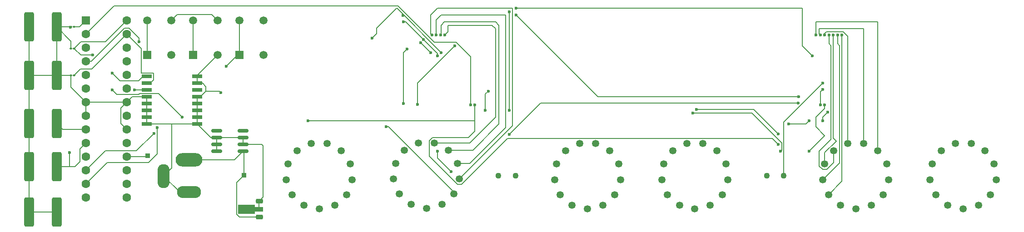
<source format=gbl>
%TF.GenerationSoftware,KiCad,Pcbnew,9.0.4*%
%TF.CreationDate,2025-11-16T22:43:31-07:00*%
%TF.ProjectId,Nixie Clock ECE5930,4e697869-6520-4436-9c6f-636b20454345,rev?*%
%TF.SameCoordinates,Original*%
%TF.FileFunction,Copper,L2,Bot*%
%TF.FilePolarity,Positive*%
%FSLAX46Y46*%
G04 Gerber Fmt 4.6, Leading zero omitted, Abs format (unit mm)*
G04 Created by KiCad (PCBNEW 9.0.4) date 2025-11-16 22:43:31*
%MOMM*%
%LPD*%
G01*
G04 APERTURE LIST*
G04 Aperture macros list*
%AMRoundRect*
0 Rectangle with rounded corners*
0 $1 Rounding radius*
0 $2 $3 $4 $5 $6 $7 $8 $9 X,Y pos of 4 corners*
0 Add a 4 corners polygon primitive as box body*
4,1,4,$2,$3,$4,$5,$6,$7,$8,$9,$2,$3,0*
0 Add four circle primitives for the rounded corners*
1,1,$1+$1,$2,$3*
1,1,$1+$1,$4,$5*
1,1,$1+$1,$6,$7*
1,1,$1+$1,$8,$9*
0 Add four rect primitives between the rounded corners*
20,1,$1+$1,$2,$3,$4,$5,0*
20,1,$1+$1,$4,$5,$6,$7,0*
20,1,$1+$1,$6,$7,$8,$9,0*
20,1,$1+$1,$8,$9,$2,$3,0*%
%AMFreePoly0*
4,1,9,3.862500,-0.866500,0.737500,-0.866500,0.737500,-0.450000,-0.737500,-0.450000,-0.737500,0.450000,0.737500,0.450000,0.737500,0.866500,3.862500,0.866500,3.862500,-0.866500,3.862500,-0.866500,$1*%
G04 Aperture macros list end*
%TA.AperFunction,ComponentPad*%
%ADD10C,1.346200*%
%TD*%
%TA.AperFunction,ComponentPad*%
%ADD11R,1.498600X1.498600*%
%TD*%
%TA.AperFunction,ComponentPad*%
%ADD12C,1.498600*%
%TD*%
%TA.AperFunction,ComponentPad*%
%ADD13C,1.107440*%
%TD*%
%TA.AperFunction,ComponentPad*%
%ADD14RoundRect,0.250000X-0.550000X-0.550000X0.550000X-0.550000X0.550000X0.550000X-0.550000X0.550000X0*%
%TD*%
%TA.AperFunction,ComponentPad*%
%ADD15C,1.600000*%
%TD*%
%TA.AperFunction,SMDPad,CuDef*%
%ADD16RoundRect,0.250000X0.650000X2.450000X-0.650000X2.450000X-0.650000X-2.450000X0.650000X-2.450000X0*%
%TD*%
%TA.AperFunction,SMDPad,CuDef*%
%ADD17R,1.925000X0.650000*%
%TD*%
%TA.AperFunction,SMDPad,CuDef*%
%ADD18RoundRect,0.250000X-0.650000X-2.450000X0.650000X-2.450000X0.650000X2.450000X-0.650000X2.450000X0*%
%TD*%
%TA.AperFunction,SMDPad,CuDef*%
%ADD19RoundRect,0.100000X-0.130000X-0.100000X0.130000X-0.100000X0.130000X0.100000X-0.130000X0.100000X0*%
%TD*%
%TA.AperFunction,ComponentPad*%
%ADD20O,5.000000X2.500000*%
%TD*%
%TA.AperFunction,ComponentPad*%
%ADD21O,4.500000X2.250000*%
%TD*%
%TA.AperFunction,ComponentPad*%
%ADD22O,2.250000X4.500000*%
%TD*%
%TA.AperFunction,ComponentPad*%
%ADD23R,0.850000X0.850000*%
%TD*%
%TA.AperFunction,SMDPad,CuDef*%
%ADD24RoundRect,0.225000X0.425000X0.225000X-0.425000X0.225000X-0.425000X-0.225000X0.425000X-0.225000X0*%
%TD*%
%TA.AperFunction,SMDPad,CuDef*%
%ADD25FreePoly0,180.000000*%
%TD*%
%TA.AperFunction,SMDPad,CuDef*%
%ADD26RoundRect,0.150000X-0.825000X-0.150000X0.825000X-0.150000X0.825000X0.150000X-0.825000X0.150000X0*%
%TD*%
%TA.AperFunction,ViaPad*%
%ADD27C,0.600000*%
%TD*%
%TA.AperFunction,Conductor*%
%ADD28C,0.200000*%
%TD*%
G04 APERTURE END LIST*
D10*
%TO.P,N7,0,0*%
%TO.N,Net-(U3-HV30)*%
X224907300Y-58265360D03*
%TO.P,N7,1,1*%
%TO.N,Net-(U3-HV21)*%
X235092700Y-58265360D03*
%TO.P,N7,2,2*%
%TO.N,Net-(U3-HV22)*%
X236144260Y-55494220D03*
%TO.P,N7,3,3*%
%TO.N,Net-(U3-HV23)*%
X235786120Y-52555440D03*
%TO.P,N7,4,4*%
%TO.N,Net-(U3-HV24)*%
X234104640Y-50117040D03*
%TO.P,N7,5,5*%
%TO.N,Net-(U3-HV25)*%
X231480820Y-48740360D03*
%TO.P,N7,6,6*%
%TO.N,Net-(U3-HV26)*%
X228519180Y-48740360D03*
%TO.P,N7,7,7*%
%TO.N,Net-(U3-HV27)*%
X225895360Y-50117040D03*
%TO.P,N7,8,8*%
%TO.N,Net-(U3-HV28)*%
X224213880Y-52555440D03*
%TO.P,N7,9,9*%
%TO.N,Net-(U3-HV29)*%
X223855740Y-55494220D03*
%TO.P,N7,A,A*%
%TO.N,Net-(N7-PadA)*%
X230000000Y-60937440D03*
%TO.P,N7,LHDP,LHDP*%
%TO.N,unconnected-(N7-PadLHDP)*%
X232875280Y-60228780D03*
%TO.P,N7,RHDP,RHDP*%
%TO.N,unconnected-(N7-PadRHDP)*%
X227124720Y-60228780D03*
%TD*%
%TO.P,N3,0,0*%
%TO.N,Net-(U2-HV30)*%
X154907300Y-58265360D03*
%TO.P,N3,1,1*%
%TO.N,Net-(U2-HV21)*%
X165092700Y-58265360D03*
%TO.P,N3,2,2*%
%TO.N,Net-(U2-HV22)*%
X166144260Y-55494220D03*
%TO.P,N3,3,3*%
%TO.N,Net-(U2-HV23)*%
X165786120Y-52555440D03*
%TO.P,N3,4,4*%
%TO.N,Net-(U2-HV24)*%
X164104640Y-50117040D03*
%TO.P,N3,5,5*%
%TO.N,Net-(U2-HV25)*%
X161480820Y-48740360D03*
%TO.P,N3,6,6*%
%TO.N,Net-(U2-HV26)*%
X158519180Y-48740360D03*
%TO.P,N3,7,7*%
%TO.N,Net-(U2-HV27)*%
X155895360Y-50117040D03*
%TO.P,N3,8,8*%
%TO.N,Net-(U2-HV28)*%
X154213880Y-52555440D03*
%TO.P,N3,9,9*%
%TO.N,Net-(U2-HV29)*%
X153855740Y-55494220D03*
%TO.P,N3,A,A*%
%TO.N,Net-(N3-PadA)*%
X160000000Y-60937440D03*
%TO.P,N3,LHDP,LHDP*%
%TO.N,unconnected-(N3-PadLHDP)*%
X162875280Y-60228780D03*
%TO.P,N3,RHDP,RHDP*%
%TO.N,unconnected-(N3-PadRHDP)*%
X157124720Y-60228780D03*
%TD*%
%TO.P,N1,0,0*%
%TO.N,Net-(U2-HV10)*%
X104907300Y-58265360D03*
%TO.P,N1,1,1*%
%TO.N,Net-(U2-HV1)*%
X115092700Y-58265360D03*
%TO.P,N1,2,2*%
%TO.N,Net-(U2-HV2)*%
X116144260Y-55494220D03*
%TO.P,N1,3,3*%
%TO.N,Net-(U2-HV3)*%
X115786120Y-52555440D03*
%TO.P,N1,4,4*%
%TO.N,Net-(U2-HV4)*%
X114104640Y-50117040D03*
%TO.P,N1,5,5*%
%TO.N,Net-(U2-HV5)*%
X111480820Y-48740360D03*
%TO.P,N1,6,6*%
%TO.N,Net-(U2-HV6)*%
X108519180Y-48740360D03*
%TO.P,N1,7,7*%
%TO.N,Net-(U2-HV7)*%
X105895360Y-50117040D03*
%TO.P,N1,8,8*%
%TO.N,Net-(U2-HV8)*%
X104213880Y-52555440D03*
%TO.P,N1,9,9*%
%TO.N,Net-(U2-HV9)*%
X103855740Y-55494220D03*
%TO.P,N1,A,A*%
%TO.N,Net-(N1-PadA)*%
X110000000Y-60937440D03*
%TO.P,N1,LHDP,LHDP*%
%TO.N,unconnected-(N1-PadLHDP)*%
X112875280Y-60228780D03*
%TO.P,N1,RHDP,RHDP*%
%TO.N,unconnected-(N1-PadRHDP)*%
X107124720Y-60228780D03*
%TD*%
D11*
%TO.P,SW6,1,1*%
%TO.N,Net-(U1-PD7)*%
X95114998Y-32249751D03*
D12*
%TO.P,SW6,2,2*%
X95114998Y-25749750D03*
%TO.P,SW6,3,3*%
%TO.N,+5V*%
X99614999Y-32249751D03*
%TO.P,SW6,4,4*%
X99614999Y-25749750D03*
%TD*%
D10*
%TO.P,N2,0,0*%
%TO.N,Net-(U2-HV20)*%
X124907300Y-58125360D03*
%TO.P,N2,1,1*%
%TO.N,Net-(U2-HV11)*%
X135092700Y-58125360D03*
%TO.P,N2,2,2*%
%TO.N,Net-(U2-HV12)*%
X136144260Y-55354220D03*
%TO.P,N2,3,3*%
%TO.N,Net-(U2-HV13)*%
X135786120Y-52415440D03*
%TO.P,N2,4,4*%
%TO.N,Net-(U2-HV14)*%
X134104640Y-49977040D03*
%TO.P,N2,5,5*%
%TO.N,Net-(U2-HV15)*%
X131480820Y-48600360D03*
%TO.P,N2,6,6*%
%TO.N,Net-(U2-HV16)*%
X128519180Y-48600360D03*
%TO.P,N2,7,7*%
%TO.N,Net-(U2-HV17)*%
X125895360Y-49977040D03*
%TO.P,N2,8,8*%
%TO.N,Net-(U2-HV18)*%
X124213880Y-52415440D03*
%TO.P,N2,9,9*%
%TO.N,Net-(U2-HV19)*%
X123855740Y-55354220D03*
%TO.P,N2,A,A*%
%TO.N,Net-(N2-PadA)*%
X130000000Y-60797440D03*
%TO.P,N2,LHDP,LHDP*%
%TO.N,unconnected-(N2-PadLHDP)*%
X132875280Y-60088780D03*
%TO.P,N2,RHDP,RHDP*%
%TO.N,unconnected-(N2-PadRHDP)*%
X127124720Y-60088780D03*
%TD*%
D13*
%TO.P,N4,A,A*%
%TO.N,Net-(N4-PadA)*%
X143412500Y-54750000D03*
%TO.P,N4,K,K*%
%TO.N,Net-(U2-HV31)*%
X146587500Y-54750000D03*
%TD*%
D14*
%TO.P,U1,1,~{RESET}/PC6*%
%TO.N,Net-(J1-Pin_5)*%
X66500000Y-25800000D03*
D15*
%TO.P,U1,2,PD0*%
%TO.N,Net-(U1-PD0)*%
X66500000Y-28340000D03*
%TO.P,U1,3,PD1*%
%TO.N,Net-(U1-PD1)*%
X66500000Y-30880000D03*
%TO.P,U1,4,PD2*%
%TO.N,Net-(U1-PD2)*%
X66500000Y-33420000D03*
%TO.P,U1,5,PD3*%
%TO.N,Net-(U1-PD3)*%
X66500000Y-35960000D03*
%TO.P,U1,6,PD4*%
%TO.N,Net-(U1-PD4)*%
X66500000Y-38500000D03*
%TO.P,U1,7,VCC*%
%TO.N,+5V*%
X66500000Y-41040000D03*
%TO.P,U1,8,GND*%
X66500000Y-43580000D03*
%TO.P,U1,9,XTAL1/PB6*%
%TO.N,Net-(U1-XTAL1{slash}PB6)*%
X66500000Y-46120000D03*
%TO.P,U1,10,XTAL2/PB7*%
%TO.N,Net-(U1-XTAL2{slash}PB7)*%
X66500000Y-48660000D03*
%TO.P,U1,11,PD5*%
%TO.N,Net-(U1-PD5)*%
X66500000Y-51200000D03*
%TO.P,U1,12,PD6*%
%TO.N,Net-(U1-PD6)*%
X66500000Y-53740000D03*
%TO.P,U1,13,PD7*%
%TO.N,Net-(U1-PD7)*%
X66500000Y-56280000D03*
%TO.P,U1,14,PB0*%
%TO.N,Net-(U1-PB0)*%
X66500000Y-58820000D03*
%TO.P,U1,15,PB1*%
%TO.N,unconnected-(U1-PB1-Pad15)*%
X74120000Y-58820000D03*
%TO.P,U1,16,PB2*%
%TO.N,unconnected-(U1-PB2-Pad16)*%
X74120000Y-56280000D03*
%TO.P,U1,17,PB3*%
%TO.N,Net-(J1-Pin_4)*%
X74120000Y-53740000D03*
%TO.P,U1,18,PB4*%
%TO.N,Net-(J1-Pin_1)*%
X74120000Y-51200000D03*
%TO.P,U1,19,PB5*%
%TO.N,Net-(J1-Pin_3)*%
X74120000Y-48660000D03*
%TO.P,U1,20,AVCC*%
%TO.N,+5V*%
X74120000Y-46120000D03*
%TO.P,U1,21,AREF*%
%TO.N,unconnected-(U1-AREF-Pad21)*%
X74120000Y-43580000D03*
%TO.P,U1,22,GND*%
%TO.N,+5V*%
X74120000Y-41040000D03*
%TO.P,U1,23,PC0*%
%TO.N,unconnected-(U1-PC0-Pad23)*%
X74120000Y-38500000D03*
%TO.P,U1,24,PC1*%
%TO.N,unconnected-(U1-PC1-Pad24)*%
X74120000Y-35960000D03*
%TO.P,U1,25,PC2*%
%TO.N,unconnected-(U1-PC2-Pad25)*%
X74120000Y-33420000D03*
%TO.P,U1,26,PC3*%
%TO.N,unconnected-(U1-PC3-Pad26)*%
X74120000Y-30880000D03*
%TO.P,U1,27,PC4*%
%TO.N,Net-(U1-PC4)*%
X74120000Y-28340000D03*
%TO.P,U1,28,PC5*%
%TO.N,Net-(U1-PC5)*%
X74120000Y-25800000D03*
%TD*%
D10*
%TO.P,N6,0,0*%
%TO.N,Net-(U3-HV20)*%
X204907300Y-58265360D03*
%TO.P,N6,1,1*%
%TO.N,Net-(U3-HV11)*%
X215092700Y-58265360D03*
%TO.P,N6,2,2*%
%TO.N,Net-(U3-HV12)*%
X216144260Y-55494220D03*
%TO.P,N6,3,3*%
%TO.N,Net-(U3-HV13)*%
X215786120Y-52555440D03*
%TO.P,N6,4,4*%
%TO.N,Net-(U3-HV14)*%
X214104640Y-50117040D03*
%TO.P,N6,5,5*%
%TO.N,Net-(U3-HV15)*%
X211480820Y-48740360D03*
%TO.P,N6,6,6*%
%TO.N,Net-(U3-HV16)*%
X208519180Y-48740360D03*
%TO.P,N6,7,7*%
%TO.N,Net-(U3-HV17)*%
X205895360Y-50117040D03*
%TO.P,N6,8,8*%
%TO.N,Net-(U3-HV18)*%
X204213880Y-52555440D03*
%TO.P,N6,9,9*%
%TO.N,Net-(U3-HV19)*%
X203855740Y-55494220D03*
%TO.P,N6,A,A*%
%TO.N,Net-(N6-PadA)*%
X210000000Y-60937440D03*
%TO.P,N6,LHDP,LHDP*%
%TO.N,unconnected-(N6-PadLHDP)*%
X212875280Y-60228780D03*
%TO.P,N6,RHDP,RHDP*%
%TO.N,unconnected-(N6-PadRHDP)*%
X207124720Y-60228780D03*
%TD*%
%TO.P,N5,0,0*%
%TO.N,Net-(U3-HV10)*%
X174907300Y-58265360D03*
%TO.P,N5,1,1*%
%TO.N,Net-(U3-HV1)*%
X185092700Y-58265360D03*
%TO.P,N5,2,2*%
%TO.N,Net-(U3-HV2)*%
X186144260Y-55494220D03*
%TO.P,N5,3,3*%
%TO.N,Net-(U3-HV3)*%
X185786120Y-52555440D03*
%TO.P,N5,4,4*%
%TO.N,Net-(U3-HV4)*%
X184104640Y-50117040D03*
%TO.P,N5,5,5*%
%TO.N,Net-(U3-HV5)*%
X181480820Y-48740360D03*
%TO.P,N5,6,6*%
%TO.N,Net-(U3-HV6)*%
X178519180Y-48740360D03*
%TO.P,N5,7,7*%
%TO.N,Net-(U3-HV7)*%
X175895360Y-50117040D03*
%TO.P,N5,8,8*%
%TO.N,Net-(U3-HV8)*%
X174213880Y-52555440D03*
%TO.P,N5,9,9*%
%TO.N,Net-(U3-HV9)*%
X173855740Y-55494220D03*
%TO.P,N5,A,A*%
%TO.N,Net-(N5-PadA)*%
X180000000Y-60937440D03*
%TO.P,N5,LHDP,LHDP*%
%TO.N,unconnected-(N5-PadLHDP)*%
X182875280Y-60228780D03*
%TO.P,N5,RHDP,RHDP*%
%TO.N,unconnected-(N5-PadRHDP)*%
X177124720Y-60228780D03*
%TD*%
D11*
%TO.P,SW4,1,1*%
%TO.N,Net-(U1-PD5)*%
X77939000Y-32249751D03*
D12*
%TO.P,SW4,2,2*%
X77939000Y-25749750D03*
%TO.P,SW4,3,3*%
%TO.N,+5V*%
X82439001Y-32249751D03*
%TO.P,SW4,4,4*%
X82439001Y-25749750D03*
%TD*%
D11*
%TO.P,SW5,1,1*%
%TO.N,Net-(U1-PD6)*%
X86526999Y-32249751D03*
D12*
%TO.P,SW5,2,2*%
X86526999Y-25749750D03*
%TO.P,SW5,3,3*%
%TO.N,+5V*%
X91027000Y-32249751D03*
%TO.P,SW5,4,4*%
X91027000Y-25749750D03*
%TD*%
D13*
%TO.P,N8,A,A*%
%TO.N,Net-(N8-PadA)*%
X193412500Y-54750000D03*
%TO.P,N8,K,K*%
%TO.N,Net-(U3-HV31)*%
X196587500Y-54750000D03*
%TD*%
D16*
%TO.P,C2,1*%
%TO.N,Net-(U1-XTAL1{slash}PB6)*%
X61050000Y-45000000D03*
%TO.P,C2,2*%
%TO.N,+5V*%
X55950000Y-45000000D03*
%TD*%
D17*
%TO.P,U5,1,32KHz*%
%TO.N,+5V*%
X87262000Y-36195000D03*
%TO.P,U5,2,Vcc*%
X87262000Y-37465000D03*
%TO.P,U5,3,!(INT)/SQR*%
%TO.N,Net-(U1-PB0)*%
X87262000Y-38735000D03*
%TO.P,U5,4,!(Reset)*%
%TO.N,+5V*%
X87262000Y-40005000D03*
%TO.P,U5,5,NC*%
X87262000Y-41275000D03*
%TO.P,U5,6,NC*%
X87262000Y-42545000D03*
%TO.P,U5,7,NC*%
X87262000Y-43815000D03*
%TO.P,U5,8,NC*%
X87262000Y-45085000D03*
%TO.P,U5,9,NC*%
X77838000Y-45085000D03*
%TO.P,U5,10,NC*%
X77838000Y-43815000D03*
%TO.P,U5,11,NC*%
X77838000Y-42545000D03*
%TO.P,U5,12,NC*%
X77838000Y-41275000D03*
%TO.P,U5,13,GND*%
X77838000Y-40005000D03*
%TO.P,U5,14,Vbat*%
%TO.N,Net-(U5-Vbat)*%
X77838000Y-38735000D03*
%TO.P,U5,15,SDA*%
%TO.N,Net-(U1-PC4)*%
X77838000Y-37465000D03*
%TO.P,U5,16,SCL*%
%TO.N,Net-(U1-PC5)*%
X77838000Y-36195000D03*
%TD*%
D18*
%TO.P,C3,1*%
%TO.N,+5V*%
X55950000Y-53000000D03*
%TO.P,C3,2*%
%TO.N,Net-(U1-XTAL2{slash}PB7)*%
X61050000Y-53000000D03*
%TD*%
%TO.P,C4,1*%
%TO.N,+5V*%
X55950000Y-36000000D03*
%TO.P,C4,2*%
X61050000Y-36000000D03*
%TD*%
D19*
%TO.P,R1,1*%
%TO.N,+5V*%
X63680000Y-27000000D03*
%TO.P,R1,2*%
%TO.N,Net-(J1-Pin_5)*%
X64320000Y-27000000D03*
%TD*%
%TO.P,R3,1*%
%TO.N,+5V*%
X63680000Y-31000000D03*
%TO.P,R3,2*%
%TO.N,Net-(U1-PC5)*%
X64320000Y-31000000D03*
%TD*%
D18*
%TO.P,C5,1*%
%TO.N,+5V*%
X55950000Y-27000000D03*
%TO.P,C5,2*%
X61050000Y-27000000D03*
%TD*%
D20*
%TO.P,J2,1*%
%TO.N,+12V*%
X85725000Y-51785000D03*
D21*
%TO.P,J2,2*%
%TO.N,+5V*%
X85725000Y-57785000D03*
D22*
%TO.P,J2,3*%
X81025000Y-54785000D03*
%TD*%
D23*
%TO.P,J3,1,Pin_1*%
%TO.N,+12V*%
X95990000Y-54610000D03*
%TD*%
D24*
%TO.P,U6,1,OUT*%
%TO.N,+5V*%
X98851000Y-59460000D03*
D25*
%TO.P,U6,2,GND*%
X98763500Y-60960000D03*
D24*
%TO.P,U6,3,IN*%
%TO.N,+12V*%
X98851000Y-62460000D03*
%TD*%
D18*
%TO.P,C1,1*%
%TO.N,+5V*%
X55950000Y-61500000D03*
%TO.P,C1,2*%
X61050000Y-61500000D03*
%TD*%
D26*
%TO.P,U4,1,OUT*%
%TO.N,+5V*%
X90870000Y-50165000D03*
%TO.P,U4,2,GND*%
X90870000Y-48895000D03*
%TO.P,U4,3,GND*%
X90870000Y-47625000D03*
%TO.P,U4,4,NC*%
%TO.N,unconnected-(U4-NC-Pad4)*%
X90870000Y-46355000D03*
%TO.P,U4,5,NC*%
%TO.N,unconnected-(U4-NC-Pad5)*%
X95820000Y-46355000D03*
%TO.P,U4,6,GND*%
%TO.N,+5V*%
X95820000Y-47625000D03*
%TO.P,U4,7,GND*%
X95820000Y-48895000D03*
%TO.P,U4,8,IN*%
%TO.N,+12V*%
X95820000Y-50165000D03*
%TD*%
D19*
%TO.P,R2,1*%
%TO.N,+5V*%
X63680000Y-36000000D03*
%TO.P,R2,2*%
%TO.N,Net-(U1-PC4)*%
X64320000Y-36000000D03*
%TD*%
D23*
%TO.P,J1,1,Pin_1*%
%TO.N,Net-(J1-Pin_1)*%
X78000000Y-51000000D03*
%TD*%
D27*
%TO.N,Net-(U5-Vbat)*%
X75565000Y-38735000D03*
%TO.N,+5V*%
X201930000Y-32385000D03*
X91674000Y-39243000D03*
X141500000Y-39000000D03*
X145415000Y-42545000D03*
X63590000Y-27017958D03*
X203835000Y-38603000D03*
X203400000Y-41500000D03*
X140970000Y-42545000D03*
X146685000Y-23495000D03*
X145415000Y-24130000D03*
%TO.N,Net-(U1-XTAL2{slash}PB7)*%
X63500000Y-50418001D03*
%TO.N,Net-(U2-HV13)*%
X131800000Y-28500000D03*
%TO.N,Net-(U2-HV15)*%
X133400000Y-28500000D03*
%TO.N,Net-(U2-HV18)*%
X135255000Y-30480000D03*
X128305000Y-41453527D03*
%TO.N,Net-(U2-HV12)*%
X131000000Y-28500000D03*
%TO.N,Net-(U2-HV14)*%
X132600000Y-28500000D03*
%TO.N,Net-(U2-HV11)*%
X126365000Y-31115000D03*
X125730000Y-41275000D03*
X122448235Y-45613235D03*
%TO.N,Net-(U3-HV17)*%
X205000000Y-28500000D03*
%TO.N,Net-(U3-HV20)*%
X207400000Y-28500000D03*
%TO.N,Net-(U3-HV14)*%
X202600000Y-28500000D03*
%TO.N,Net-(U3-HV19)*%
X206600000Y-28500000D03*
%TO.N,Net-(U3-HV18)*%
X205800000Y-28500000D03*
%TO.N,Net-(U3-HV15)*%
X203400000Y-28500000D03*
%TO.N,Net-(U3-HV16)*%
X204200000Y-28500000D03*
%TO.N,Net-(U3-HV31)*%
X203835000Y-37465000D03*
%TO.N,Net-(U1-PC5)*%
X67807210Y-32247210D03*
X71393975Y-35560000D03*
%TO.N,Net-(U1-PD6)*%
X79206760Y-46821760D03*
%TO.N,Net-(U1-PD7)*%
X92710000Y-34290000D03*
X79806760Y-45720000D03*
%TO.N,Net-(U1-PD4)*%
X204200000Y-41500000D03*
X130810000Y-31750000D03*
X179588542Y-43063542D03*
X128867548Y-29882452D03*
X201295000Y-50165000D03*
X195987500Y-50165000D03*
%TO.N,Net-(U1-PB0)*%
X87262000Y-38735000D03*
%TO.N,Net-(U1-PD0)*%
X138200000Y-41500000D03*
%TO.N,Net-(U1-PD2)*%
X146685000Y-24765000D03*
X125623235Y-24871765D03*
X199390000Y-40005000D03*
X132715000Y-31750000D03*
X76400265Y-29771735D03*
X119888000Y-29083000D03*
%TO.N,Net-(U1-PD3)*%
X107950000Y-44450000D03*
X84455000Y-43815000D03*
X139000000Y-41500000D03*
X195580000Y-48895000D03*
X71393975Y-38735000D03*
%TO.N,Net-(U1-PD1)*%
X204799000Y-42850748D03*
X203835000Y-44450000D03*
X180264271Y-42387813D03*
X125730000Y-26035000D03*
X197454765Y-45054765D03*
X195549765Y-46959765D03*
X132080000Y-32385000D03*
X129433235Y-29316765D03*
X201295000Y-44450000D03*
%TO.N,Net-(U2-DATAOUT)*%
X132080000Y-50165000D03*
X145415000Y-46990000D03*
X134620000Y-53975000D03*
X199283235Y-41168235D03*
%TD*%
D28*
%TO.N,Net-(U5-Vbat)*%
X75565000Y-38735000D02*
X77838000Y-38735000D01*
%TO.N,+5V*%
X200025000Y-23495000D02*
X146685000Y-23495000D01*
X87881500Y-40005000D02*
X88900000Y-38986500D01*
X81025000Y-54785000D02*
X82550000Y-53260000D01*
X82439001Y-25749750D02*
X83489301Y-24699450D01*
X82550000Y-45085000D02*
X77838000Y-45085000D01*
X66500000Y-41040000D02*
X74120000Y-41040000D01*
X77838000Y-43815000D02*
X77838000Y-42545000D01*
X99568000Y-49149000D02*
X99314000Y-48895000D01*
X89976700Y-24699450D02*
X91027000Y-25749750D01*
X88265000Y-37465000D02*
X87262000Y-37465000D01*
X63680000Y-36000000D02*
X63680000Y-38220000D01*
X91027000Y-32249751D02*
X87262000Y-36014751D01*
X95820000Y-48895000D02*
X95820000Y-47625000D01*
X77838000Y-45085000D02*
X77838000Y-43815000D01*
X82550000Y-53260000D02*
X82550000Y-45085000D01*
X55950000Y-27000000D02*
X55950000Y-36000000D01*
X203835000Y-38603000D02*
X203400000Y-39038000D01*
X84025000Y-57785000D02*
X81025000Y-54785000D01*
X88900000Y-38100000D02*
X88265000Y-37465000D01*
X88900000Y-38986500D02*
X91417500Y-38986500D01*
X73019000Y-45019000D02*
X73019000Y-42141000D01*
X83489301Y-24699450D02*
X89976700Y-24699450D01*
X87262000Y-42545000D02*
X87262000Y-41275000D01*
X87262000Y-43815000D02*
X87262000Y-42545000D01*
X87262000Y-40005000D02*
X87881500Y-40005000D01*
X140970000Y-42545000D02*
X140970000Y-39530000D01*
X99568000Y-58743000D02*
X99568000Y-49149000D01*
X90870000Y-47625000D02*
X95820000Y-47625000D01*
X77838000Y-40005000D02*
X77838000Y-41275000D01*
X55950000Y-61500000D02*
X55950000Y-53000000D01*
X87262000Y-45085000D02*
X89802000Y-47625000D01*
X88900000Y-38986500D02*
X88900000Y-38100000D01*
X77838000Y-40005000D02*
X75155000Y-40005000D01*
X63680000Y-29630000D02*
X61050000Y-27000000D01*
X87262000Y-45085000D02*
X87262000Y-43815000D01*
X91417500Y-38986500D02*
X91674000Y-39243000D01*
X74120000Y-46120000D02*
X73019000Y-45019000D01*
X61050000Y-61500000D02*
X55950000Y-61500000D01*
X55950000Y-36000000D02*
X61050000Y-36000000D01*
X63680000Y-36000000D02*
X61050000Y-36000000D01*
X99314000Y-48895000D02*
X95820000Y-48895000D01*
X75155000Y-40005000D02*
X74120000Y-41040000D01*
X98763500Y-60960000D02*
X98763500Y-59547500D01*
X87262000Y-37465000D02*
X87262000Y-36195000D01*
X73019000Y-42141000D02*
X74120000Y-41040000D01*
X87262000Y-40005000D02*
X87262000Y-41275000D01*
X89802000Y-47625000D02*
X90870000Y-47625000D01*
X61050000Y-27000000D02*
X63680000Y-27000000D01*
X63680000Y-31000000D02*
X63680000Y-29630000D01*
X90870000Y-48895000D02*
X90870000Y-50165000D01*
X55950000Y-53000000D02*
X55950000Y-45000000D01*
X98851000Y-59460000D02*
X99568000Y-58743000D01*
X203400000Y-39038000D02*
X203400000Y-41500000D01*
X66500000Y-41040000D02*
X66500000Y-43580000D01*
X85725000Y-57785000D02*
X84025000Y-57785000D01*
X55950000Y-45000000D02*
X55950000Y-36000000D01*
X98763500Y-59547500D02*
X98851000Y-59460000D01*
X63680000Y-38220000D02*
X66500000Y-41040000D01*
X87262000Y-45085000D02*
X82550000Y-45085000D01*
X77838000Y-42545000D02*
X77838000Y-41275000D01*
X90870000Y-47625000D02*
X90870000Y-48895000D01*
X87262000Y-36014751D02*
X87262000Y-36195000D01*
X61050000Y-27000000D02*
X61050000Y-36000000D01*
X145415000Y-42545000D02*
X145415000Y-24130000D01*
X140970000Y-39530000D02*
X141500000Y-39000000D01*
X201930000Y-32385000D02*
X200025000Y-30480000D01*
X200025000Y-30480000D02*
X200025000Y-23495000D01*
%TO.N,Net-(U1-XTAL1{slash}PB6)*%
X61050000Y-45000000D02*
X62170000Y-46120000D01*
X62170000Y-46120000D02*
X66500000Y-46120000D01*
%TO.N,Net-(U1-XTAL2{slash}PB7)*%
X65405000Y-52070000D02*
X65399000Y-52064000D01*
X64475000Y-53000000D02*
X65405000Y-52070000D01*
X63500000Y-53000000D02*
X63500000Y-50418001D01*
X65399000Y-49761000D02*
X66500000Y-48660000D01*
X63500000Y-53000000D02*
X64475000Y-53000000D01*
X65399000Y-52064000D02*
X65399000Y-49761000D01*
X61050000Y-53000000D02*
X63500000Y-53000000D01*
%TO.N,Net-(J1-Pin_1)*%
X77800000Y-51200000D02*
X78000000Y-51000000D01*
X74120000Y-51200000D02*
X77800000Y-51200000D01*
%TO.N,+12V*%
X85725000Y-51785000D02*
X94200000Y-51785000D01*
X94200000Y-51785000D02*
X95820000Y-50165000D01*
X94595000Y-61953252D02*
X94595000Y-56005000D01*
X95101748Y-62460000D02*
X94595000Y-61953252D01*
X95820000Y-50165000D02*
X95990000Y-50335000D01*
X94595000Y-56005000D02*
X95990000Y-54610000D01*
X98851000Y-62460000D02*
X95101748Y-62460000D01*
X95990000Y-50335000D02*
X95990000Y-54610000D01*
%TO.N,Net-(U2-HV13)*%
X144780000Y-45720000D02*
X144780000Y-24765000D01*
X144780000Y-24765000D02*
X132715000Y-24765000D01*
X131800000Y-25680000D02*
X131800000Y-28500000D01*
X132715000Y-24765000D02*
X131800000Y-25680000D01*
X135786120Y-52415440D02*
X138084560Y-52415440D01*
X138084560Y-52415440D02*
X144780000Y-45720000D01*
%TO.N,Net-(U2-HV15)*%
X138089640Y-48600360D02*
X142875000Y-43815000D01*
X133985000Y-26670000D02*
X133985000Y-27915000D01*
X142875000Y-43815000D02*
X142875000Y-27305000D01*
X142240000Y-26670000D02*
X133985000Y-26670000D01*
X142875000Y-27305000D02*
X142240000Y-26670000D01*
X131480820Y-48600360D02*
X138089640Y-48600360D01*
X133985000Y-27915000D02*
X133400000Y-28500000D01*
%TO.N,Net-(U2-HV18)*%
X128305000Y-41453527D02*
X128305000Y-37430000D01*
X128305000Y-37430000D02*
X135255000Y-30480000D01*
%TO.N,Net-(U2-HV12)*%
X132080000Y-23495000D02*
X130810000Y-24765000D01*
X130810000Y-28310000D02*
X131000000Y-28500000D01*
X146050000Y-45448480D02*
X146050000Y-23495000D01*
X130810000Y-24765000D02*
X130810000Y-28310000D01*
X136144260Y-55354220D02*
X146050000Y-45448480D01*
X146050000Y-23495000D02*
X132080000Y-23495000D01*
%TO.N,Net-(U2-HV14)*%
X133350000Y-26035000D02*
X132715000Y-26670000D01*
X138617960Y-49977040D02*
X143510000Y-45085000D01*
X134104640Y-49977040D02*
X138617960Y-49977040D01*
X143510000Y-45085000D02*
X143510000Y-26670000D01*
X132715000Y-26670000D02*
X132715000Y-28385000D01*
X143510000Y-26670000D02*
X142875000Y-26035000D01*
X142875000Y-26035000D02*
X133350000Y-26035000D01*
X132715000Y-28385000D02*
X132600000Y-28500000D01*
%TO.N,Net-(U2-HV11)*%
X125730000Y-31750000D02*
X126365000Y-31115000D01*
X122909141Y-45613235D02*
X122448235Y-45613235D01*
X135092700Y-57796794D02*
X122909141Y-45613235D01*
X135092700Y-58125360D02*
X135092700Y-57796794D01*
X125730000Y-41275000D02*
X125730000Y-31750000D01*
%TO.N,Net-(U3-HV17)*%
X205105000Y-28605000D02*
X205000000Y-28500000D01*
X204617366Y-53529540D02*
X203810394Y-53529540D01*
X205000000Y-30081000D02*
X205000000Y-28500000D01*
X203200000Y-52919146D02*
X203200000Y-50165000D01*
X205895360Y-52251546D02*
X204617366Y-53529540D01*
X205895360Y-50117040D02*
X205895360Y-52251546D01*
X205399000Y-47966000D02*
X205399000Y-30480000D01*
X205399000Y-30480000D02*
X205000000Y-30081000D01*
X203200000Y-50165000D02*
X205399000Y-47966000D01*
X203810394Y-53529540D02*
X203200000Y-52919146D01*
%TO.N,Net-(U3-HV20)*%
X207400000Y-55772660D02*
X207400000Y-28500000D01*
X204907300Y-58265360D02*
X207400000Y-55772660D01*
%TO.N,Net-(U3-HV14)*%
X213995000Y-26035000D02*
X202565000Y-26035000D01*
X214104640Y-26144640D02*
X213995000Y-26035000D01*
X214104640Y-50117040D02*
X214104640Y-26144640D01*
X202565000Y-26035000D02*
X202565000Y-28465000D01*
X202565000Y-28465000D02*
X202600000Y-28500000D01*
%TO.N,Net-(U3-HV19)*%
X206999000Y-52350960D02*
X206999000Y-30480000D01*
X206999000Y-30480000D02*
X206600000Y-30081000D01*
X203855740Y-55494220D02*
X206999000Y-52350960D01*
X206600000Y-30081000D02*
X206600000Y-28500000D01*
%TO.N,Net-(U3-HV18)*%
X204213880Y-50421120D02*
X206375000Y-48260000D01*
X205800000Y-47685000D02*
X205800000Y-28500000D01*
X204213880Y-52555440D02*
X204213880Y-50421120D01*
X206375000Y-48260000D02*
X205800000Y-47685000D01*
%TO.N,Net-(U3-HV15)*%
X211480820Y-27330820D02*
X211455000Y-27305000D01*
X211480820Y-48740360D02*
X211480820Y-27330820D01*
X211455000Y-27305000D02*
X203200000Y-27305000D01*
X203200000Y-27305000D02*
X203200000Y-28300000D01*
X203200000Y-28300000D02*
X203400000Y-28500000D01*
%TO.N,Net-(U3-HV16)*%
X208519180Y-48740360D02*
X208519180Y-28769237D01*
X204200000Y-28210000D02*
X204200000Y-28500000D01*
X208519180Y-28769237D02*
X207648943Y-27899000D01*
X204511000Y-27899000D02*
X204200000Y-28210000D01*
X207648943Y-27899000D02*
X204511000Y-27899000D01*
%TO.N,Net-(U3-HV31)*%
X196587500Y-44712500D02*
X203835000Y-37465000D01*
X196587500Y-54750000D02*
X196587500Y-44712500D01*
%TO.N,Net-(J1-Pin_5)*%
X64320000Y-27000000D02*
X65300000Y-27000000D01*
X65300000Y-27000000D02*
X66500000Y-25800000D01*
%TO.N,Net-(U1-PC4)*%
X79101500Y-36839000D02*
X78475500Y-37465000D01*
X78475500Y-37465000D02*
X77838000Y-37465000D01*
X79101500Y-35569000D02*
X79101500Y-36839000D01*
X74120000Y-28340000D02*
X76835000Y-31055000D01*
X65461000Y-34859000D02*
X67601000Y-34859000D01*
X76835000Y-35560000D02*
X79092500Y-35560000D01*
X76835000Y-31055000D02*
X76835000Y-35560000D01*
X64320000Y-36000000D02*
X65461000Y-34859000D01*
X67601000Y-34859000D02*
X74120000Y-28340000D01*
X79092500Y-35560000D02*
X79101500Y-35569000D01*
%TO.N,Net-(U1-PC5)*%
X65541000Y-29779000D02*
X70141000Y-29779000D01*
X65567210Y-32247210D02*
X67807210Y-32247210D01*
X64320000Y-31000000D02*
X65567210Y-32247210D01*
X72894975Y-37061000D02*
X76334500Y-37061000D01*
X64320000Y-31000000D02*
X65541000Y-29779000D01*
X70141000Y-29779000D02*
X74120000Y-25800000D01*
X71393975Y-35560000D02*
X72894975Y-37061000D01*
X77200500Y-36195000D02*
X77838000Y-36195000D01*
X76334500Y-37061000D02*
X77200500Y-36195000D01*
%TO.N,Net-(U1-PD5)*%
X77939000Y-25749750D02*
X77939000Y-32249751D01*
%TO.N,Net-(U1-PD6)*%
X75929520Y-50099000D02*
X79206760Y-46821760D01*
X70141000Y-50099000D02*
X75929520Y-50099000D01*
X66500000Y-53740000D02*
X70141000Y-50099000D01*
X86526999Y-25749750D02*
X86526999Y-32249751D01*
%TO.N,Net-(U1-PD7)*%
X78151000Y-52301000D02*
X70479000Y-52301000D01*
X95114998Y-32249751D02*
X94750249Y-32249751D01*
X70479000Y-52301000D02*
X66500000Y-56280000D01*
X79806760Y-50645240D02*
X78151000Y-52301000D01*
X94750249Y-32249751D02*
X92710000Y-34290000D01*
X95114998Y-25749750D02*
X95114998Y-32249751D01*
X79806760Y-45720000D02*
X79806760Y-50645240D01*
%TO.N,Net-(U1-PD4)*%
X196181000Y-48646057D02*
X196181000Y-49971500D01*
X130810000Y-31750000D02*
X128942452Y-29882452D01*
X190598485Y-43063542D02*
X196181000Y-48646057D01*
X128942452Y-29882452D02*
X128867548Y-29882452D01*
X202565000Y-45625000D02*
X202565000Y-43815000D01*
X201295000Y-50165000D02*
X204200000Y-47260000D01*
X202565000Y-43815000D02*
X204200000Y-42180000D01*
X179588542Y-43063542D02*
X190598485Y-43063542D01*
X196181000Y-49971500D02*
X195987500Y-50165000D01*
X204200000Y-42180000D02*
X204200000Y-41500000D01*
X204200000Y-47260000D02*
X202565000Y-45625000D01*
%TO.N,Net-(U1-PD0)*%
X124701000Y-23101000D02*
X131479000Y-29879000D01*
X71739000Y-23101000D02*
X124701000Y-23101000D01*
X135503943Y-29879000D02*
X138200000Y-32575057D01*
X138200000Y-32575057D02*
X138200000Y-41500000D01*
X131479000Y-29879000D02*
X135503943Y-29879000D01*
X66500000Y-28340000D02*
X71739000Y-23101000D01*
%TO.N,Net-(U1-PD2)*%
X161925000Y-40005000D02*
X146685000Y-24765000D01*
X120723000Y-28248000D02*
X120723000Y-27239000D01*
X73663950Y-27239000D02*
X74576050Y-27239000D01*
X132715000Y-31750000D02*
X124467000Y-23502000D01*
X124460000Y-23502000D02*
X120723000Y-27239000D01*
X124467000Y-23502000D02*
X124460000Y-23502000D01*
X74576050Y-27239000D02*
X76400265Y-29063215D01*
X73663950Y-27239000D02*
X67482950Y-33420000D01*
X119888000Y-29083000D02*
X120723000Y-28248000D01*
X67482950Y-33420000D02*
X66500000Y-33420000D01*
X76400265Y-29063215D02*
X76400265Y-29771735D01*
X199390000Y-40005000D02*
X161925000Y-40005000D01*
%TO.N,Net-(U1-PD3)*%
X107950000Y-44450000D02*
X139000000Y-44450000D01*
X76574500Y-39379000D02*
X80019000Y-39379000D01*
X72262975Y-39604000D02*
X76349500Y-39604000D01*
X194451260Y-47766260D02*
X145109806Y-47766260D01*
X145109806Y-47766260D02*
X136547746Y-56328320D01*
X195580000Y-48895000D02*
X194451260Y-47766260D01*
X139000000Y-46420000D02*
X139000000Y-44450000D01*
X131078594Y-47625000D02*
X137795000Y-47625000D01*
X130506720Y-48196874D02*
X131078594Y-47625000D01*
X130506720Y-51094266D02*
X130506720Y-48196874D01*
X137795000Y-47625000D02*
X139000000Y-46420000D01*
X135740774Y-56328320D02*
X130506720Y-51094266D01*
X80019000Y-39379000D02*
X84455000Y-43815000D01*
X71393975Y-38735000D02*
X72262975Y-39604000D01*
X76349500Y-39604000D02*
X76574500Y-39379000D01*
X136547746Y-56328320D02*
X135740774Y-56328320D01*
X139000000Y-44450000D02*
X139000000Y-41500000D01*
%TO.N,Net-(U1-PD1)*%
X203835000Y-43815000D02*
X204799000Y-42851000D01*
X200690235Y-45054765D02*
X201295000Y-44450000D01*
X129433235Y-29316765D02*
X126151470Y-26035000D01*
X203835000Y-44450000D02*
X203835000Y-43815000D01*
X132080000Y-31963530D02*
X132080000Y-32385000D01*
X197454765Y-45054765D02*
X200690235Y-45054765D01*
X126151470Y-26035000D02*
X125730000Y-26035000D01*
X129433235Y-29316765D02*
X132080000Y-31963530D01*
X190977813Y-42387813D02*
X195549765Y-46959765D01*
X204799000Y-42851000D02*
X204799000Y-42850748D01*
X180264271Y-42387813D02*
X190977813Y-42387813D01*
%TO.N,Net-(U2-DATAOUT)*%
X151236765Y-41168235D02*
X145415000Y-46990000D01*
X134620000Y-53975000D02*
X132080000Y-51435000D01*
X199283235Y-41168235D02*
X151236765Y-41168235D01*
X132080000Y-51435000D02*
X132080000Y-50165000D01*
%TD*%
M02*

</source>
